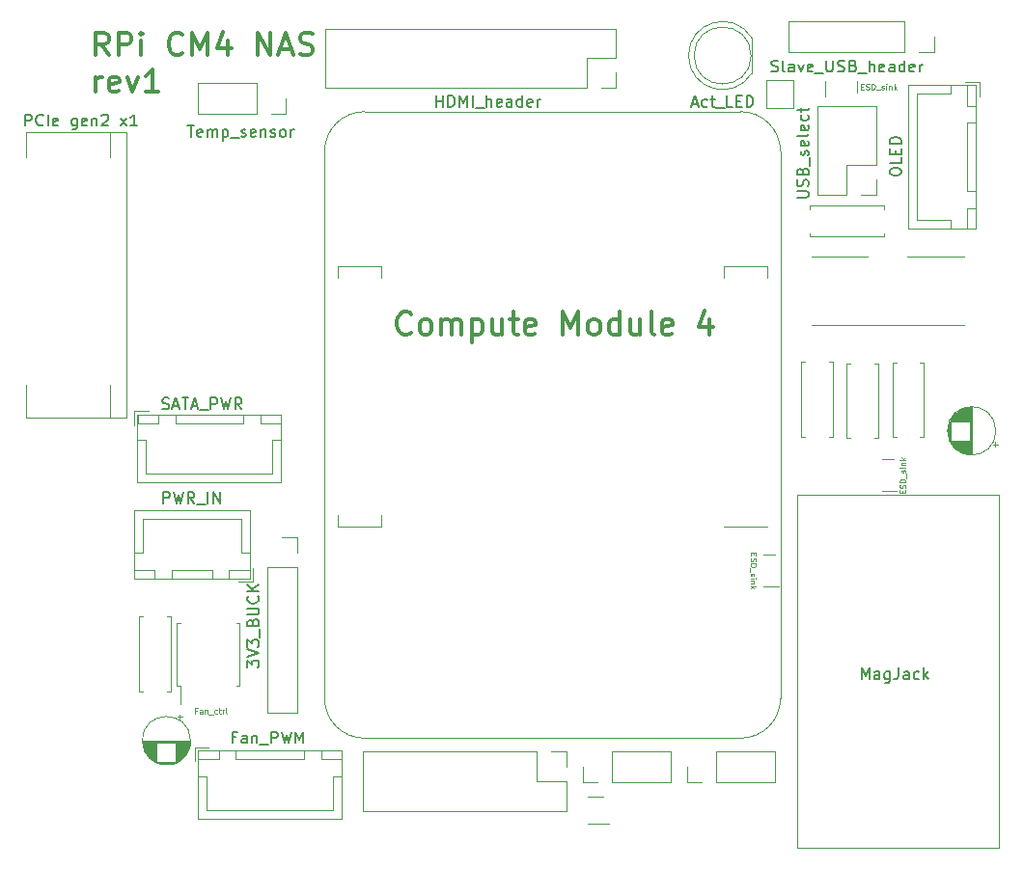
<source format=gbr>
%TF.GenerationSoftware,KiCad,Pcbnew,(5.99.0-6751-g76ac8b5acf)*%
%TF.CreationDate,2020-11-03T00:31:15-05:00*%
%TF.ProjectId,CM4_NAS,434d345f-4e41-4532-9e6b-696361645f70,rev?*%
%TF.SameCoordinates,Original*%
%TF.FileFunction,Legend,Top*%
%TF.FilePolarity,Positive*%
%FSLAX46Y46*%
G04 Gerber Fmt 4.6, Leading zero omitted, Abs format (unit mm)*
G04 Created by KiCad (PCBNEW (5.99.0-6751-g76ac8b5acf)) date 2020-11-03 00:31:15*
%MOMM*%
%LPD*%
G01*
G04 APERTURE LIST*
%ADD10C,0.100000*%
%ADD11C,0.150000*%
%ADD12C,0.300000*%
%ADD13C,0.120000*%
G04 APERTURE END LIST*
D10*
X154875714Y-116874285D02*
X154875714Y-117040952D01*
X154613809Y-117112380D02*
X154613809Y-116874285D01*
X155113809Y-116874285D01*
X155113809Y-117112380D01*
X154637619Y-117302857D02*
X154613809Y-117374285D01*
X154613809Y-117493333D01*
X154637619Y-117540952D01*
X154661428Y-117564761D01*
X154709047Y-117588571D01*
X154756666Y-117588571D01*
X154804285Y-117564761D01*
X154828095Y-117540952D01*
X154851904Y-117493333D01*
X154875714Y-117398095D01*
X154899523Y-117350476D01*
X154923333Y-117326666D01*
X154970952Y-117302857D01*
X155018571Y-117302857D01*
X155066190Y-117326666D01*
X155090000Y-117350476D01*
X155113809Y-117398095D01*
X155113809Y-117517142D01*
X155090000Y-117588571D01*
X154613809Y-117802857D02*
X155113809Y-117802857D01*
X155113809Y-117921904D01*
X155090000Y-117993333D01*
X155042380Y-118040952D01*
X154994761Y-118064761D01*
X154899523Y-118088571D01*
X154828095Y-118088571D01*
X154732857Y-118064761D01*
X154685238Y-118040952D01*
X154637619Y-117993333D01*
X154613809Y-117921904D01*
X154613809Y-117802857D01*
X154566190Y-118183809D02*
X154566190Y-118564761D01*
X154637619Y-118660000D02*
X154613809Y-118707619D01*
X154613809Y-118802857D01*
X154637619Y-118850476D01*
X154685238Y-118874285D01*
X154709047Y-118874285D01*
X154756666Y-118850476D01*
X154780476Y-118802857D01*
X154780476Y-118731428D01*
X154804285Y-118683809D01*
X154851904Y-118660000D01*
X154875714Y-118660000D01*
X154923333Y-118683809D01*
X154947142Y-118731428D01*
X154947142Y-118802857D01*
X154923333Y-118850476D01*
X154613809Y-119088571D02*
X154947142Y-119088571D01*
X155113809Y-119088571D02*
X155090000Y-119064761D01*
X155066190Y-119088571D01*
X155090000Y-119112380D01*
X155113809Y-119088571D01*
X155066190Y-119088571D01*
X154947142Y-119326666D02*
X154613809Y-119326666D01*
X154899523Y-119326666D02*
X154923333Y-119350476D01*
X154947142Y-119398095D01*
X154947142Y-119469523D01*
X154923333Y-119517142D01*
X154875714Y-119540952D01*
X154613809Y-119540952D01*
X154613809Y-119779047D02*
X155113809Y-119779047D01*
X154804285Y-119826666D02*
X154613809Y-119969523D01*
X154947142Y-119969523D02*
X154756666Y-119779047D01*
D11*
X90998095Y-79362380D02*
X90998095Y-78362380D01*
X91379047Y-78362380D01*
X91474285Y-78410000D01*
X91521904Y-78457619D01*
X91569523Y-78552857D01*
X91569523Y-78695714D01*
X91521904Y-78790952D01*
X91474285Y-78838571D01*
X91379047Y-78886190D01*
X90998095Y-78886190D01*
X92569523Y-79267142D02*
X92521904Y-79314761D01*
X92379047Y-79362380D01*
X92283809Y-79362380D01*
X92140952Y-79314761D01*
X92045714Y-79219523D01*
X91998095Y-79124285D01*
X91950476Y-78933809D01*
X91950476Y-78790952D01*
X91998095Y-78600476D01*
X92045714Y-78505238D01*
X92140952Y-78410000D01*
X92283809Y-78362380D01*
X92379047Y-78362380D01*
X92521904Y-78410000D01*
X92569523Y-78457619D01*
X92998095Y-79362380D02*
X92998095Y-78362380D01*
X93855238Y-79314761D02*
X93760000Y-79362380D01*
X93569523Y-79362380D01*
X93474285Y-79314761D01*
X93426666Y-79219523D01*
X93426666Y-78838571D01*
X93474285Y-78743333D01*
X93569523Y-78695714D01*
X93760000Y-78695714D01*
X93855238Y-78743333D01*
X93902857Y-78838571D01*
X93902857Y-78933809D01*
X93426666Y-79029047D01*
X95521904Y-78695714D02*
X95521904Y-79505238D01*
X95474285Y-79600476D01*
X95426666Y-79648095D01*
X95331428Y-79695714D01*
X95188571Y-79695714D01*
X95093333Y-79648095D01*
X95521904Y-79314761D02*
X95426666Y-79362380D01*
X95236190Y-79362380D01*
X95140952Y-79314761D01*
X95093333Y-79267142D01*
X95045714Y-79171904D01*
X95045714Y-78886190D01*
X95093333Y-78790952D01*
X95140952Y-78743333D01*
X95236190Y-78695714D01*
X95426666Y-78695714D01*
X95521904Y-78743333D01*
X96379047Y-79314761D02*
X96283809Y-79362380D01*
X96093333Y-79362380D01*
X95998095Y-79314761D01*
X95950476Y-79219523D01*
X95950476Y-78838571D01*
X95998095Y-78743333D01*
X96093333Y-78695714D01*
X96283809Y-78695714D01*
X96379047Y-78743333D01*
X96426666Y-78838571D01*
X96426666Y-78933809D01*
X95950476Y-79029047D01*
X96855238Y-78695714D02*
X96855238Y-79362380D01*
X96855238Y-78790952D02*
X96902857Y-78743333D01*
X96998095Y-78695714D01*
X97140952Y-78695714D01*
X97236190Y-78743333D01*
X97283809Y-78838571D01*
X97283809Y-79362380D01*
X97712380Y-78457619D02*
X97760000Y-78410000D01*
X97855238Y-78362380D01*
X98093333Y-78362380D01*
X98188571Y-78410000D01*
X98236190Y-78457619D01*
X98283809Y-78552857D01*
X98283809Y-78648095D01*
X98236190Y-78790952D01*
X97664761Y-79362380D01*
X98283809Y-79362380D01*
X99379047Y-79362380D02*
X99902857Y-78695714D01*
X99379047Y-78695714D02*
X99902857Y-79362380D01*
X100807619Y-79362380D02*
X100236190Y-79362380D01*
X100521904Y-79362380D02*
X100521904Y-78362380D01*
X100426666Y-78505238D01*
X100331428Y-78600476D01*
X100236190Y-78648095D01*
X158710380Y-85668952D02*
X159519904Y-85668952D01*
X159615142Y-85621333D01*
X159662761Y-85573714D01*
X159710380Y-85478476D01*
X159710380Y-85288000D01*
X159662761Y-85192761D01*
X159615142Y-85145142D01*
X159519904Y-85097523D01*
X158710380Y-85097523D01*
X159662761Y-84668952D02*
X159710380Y-84526095D01*
X159710380Y-84288000D01*
X159662761Y-84192761D01*
X159615142Y-84145142D01*
X159519904Y-84097523D01*
X159424666Y-84097523D01*
X159329428Y-84145142D01*
X159281809Y-84192761D01*
X159234190Y-84288000D01*
X159186571Y-84478476D01*
X159138952Y-84573714D01*
X159091333Y-84621333D01*
X158996095Y-84668952D01*
X158900857Y-84668952D01*
X158805619Y-84621333D01*
X158758000Y-84573714D01*
X158710380Y-84478476D01*
X158710380Y-84240380D01*
X158758000Y-84097523D01*
X159186571Y-83335619D02*
X159234190Y-83192761D01*
X159281809Y-83145142D01*
X159377047Y-83097523D01*
X159519904Y-83097523D01*
X159615142Y-83145142D01*
X159662761Y-83192761D01*
X159710380Y-83288000D01*
X159710380Y-83668952D01*
X158710380Y-83668952D01*
X158710380Y-83335619D01*
X158758000Y-83240380D01*
X158805619Y-83192761D01*
X158900857Y-83145142D01*
X158996095Y-83145142D01*
X159091333Y-83192761D01*
X159138952Y-83240380D01*
X159186571Y-83335619D01*
X159186571Y-83668952D01*
X159805619Y-82907047D02*
X159805619Y-82145142D01*
X159662761Y-81954666D02*
X159710380Y-81859428D01*
X159710380Y-81668952D01*
X159662761Y-81573714D01*
X159567523Y-81526095D01*
X159519904Y-81526095D01*
X159424666Y-81573714D01*
X159377047Y-81668952D01*
X159377047Y-81811809D01*
X159329428Y-81907047D01*
X159234190Y-81954666D01*
X159186571Y-81954666D01*
X159091333Y-81907047D01*
X159043714Y-81811809D01*
X159043714Y-81668952D01*
X159091333Y-81573714D01*
X159662761Y-80716571D02*
X159710380Y-80811809D01*
X159710380Y-81002285D01*
X159662761Y-81097523D01*
X159567523Y-81145142D01*
X159186571Y-81145142D01*
X159091333Y-81097523D01*
X159043714Y-81002285D01*
X159043714Y-80811809D01*
X159091333Y-80716571D01*
X159186571Y-80668952D01*
X159281809Y-80668952D01*
X159377047Y-81145142D01*
X159710380Y-80097523D02*
X159662761Y-80192761D01*
X159567523Y-80240380D01*
X158710380Y-80240380D01*
X159662761Y-79335619D02*
X159710380Y-79430857D01*
X159710380Y-79621333D01*
X159662761Y-79716571D01*
X159567523Y-79764190D01*
X159186571Y-79764190D01*
X159091333Y-79716571D01*
X159043714Y-79621333D01*
X159043714Y-79430857D01*
X159091333Y-79335619D01*
X159186571Y-79288000D01*
X159281809Y-79288000D01*
X159377047Y-79764190D01*
X159662761Y-78430857D02*
X159710380Y-78526095D01*
X159710380Y-78716571D01*
X159662761Y-78811809D01*
X159615142Y-78859428D01*
X159519904Y-78907047D01*
X159234190Y-78907047D01*
X159138952Y-78859428D01*
X159091333Y-78811809D01*
X159043714Y-78716571D01*
X159043714Y-78526095D01*
X159091333Y-78430857D01*
X159043714Y-78145142D02*
X159043714Y-77764190D01*
X158710380Y-78002285D02*
X159567523Y-78002285D01*
X159662761Y-77954666D01*
X159710380Y-77859428D01*
X159710380Y-77764190D01*
X164364238Y-127944380D02*
X164364238Y-126944380D01*
X164697571Y-127658666D01*
X165030904Y-126944380D01*
X165030904Y-127944380D01*
X165935666Y-127944380D02*
X165935666Y-127420571D01*
X165888047Y-127325333D01*
X165792809Y-127277714D01*
X165602333Y-127277714D01*
X165507095Y-127325333D01*
X165935666Y-127896761D02*
X165840428Y-127944380D01*
X165602333Y-127944380D01*
X165507095Y-127896761D01*
X165459476Y-127801523D01*
X165459476Y-127706285D01*
X165507095Y-127611047D01*
X165602333Y-127563428D01*
X165840428Y-127563428D01*
X165935666Y-127515809D01*
X166840428Y-127277714D02*
X166840428Y-128087238D01*
X166792809Y-128182476D01*
X166745190Y-128230095D01*
X166649952Y-128277714D01*
X166507095Y-128277714D01*
X166411857Y-128230095D01*
X166840428Y-127896761D02*
X166745190Y-127944380D01*
X166554714Y-127944380D01*
X166459476Y-127896761D01*
X166411857Y-127849142D01*
X166364238Y-127753904D01*
X166364238Y-127468190D01*
X166411857Y-127372952D01*
X166459476Y-127325333D01*
X166554714Y-127277714D01*
X166745190Y-127277714D01*
X166840428Y-127325333D01*
X167602333Y-126944380D02*
X167602333Y-127658666D01*
X167554714Y-127801523D01*
X167459476Y-127896761D01*
X167316619Y-127944380D01*
X167221380Y-127944380D01*
X168507095Y-127944380D02*
X168507095Y-127420571D01*
X168459476Y-127325333D01*
X168364238Y-127277714D01*
X168173761Y-127277714D01*
X168078523Y-127325333D01*
X168507095Y-127896761D02*
X168411857Y-127944380D01*
X168173761Y-127944380D01*
X168078523Y-127896761D01*
X168030904Y-127801523D01*
X168030904Y-127706285D01*
X168078523Y-127611047D01*
X168173761Y-127563428D01*
X168411857Y-127563428D01*
X168507095Y-127515809D01*
X169411857Y-127896761D02*
X169316619Y-127944380D01*
X169126142Y-127944380D01*
X169030904Y-127896761D01*
X168983285Y-127849142D01*
X168935666Y-127753904D01*
X168935666Y-127468190D01*
X168983285Y-127372952D01*
X169030904Y-127325333D01*
X169126142Y-127277714D01*
X169316619Y-127277714D01*
X169411857Y-127325333D01*
X169840428Y-127944380D02*
X169840428Y-126944380D01*
X169935666Y-127563428D02*
X170221380Y-127944380D01*
X170221380Y-127277714D02*
X169840428Y-127658666D01*
X103033809Y-104194761D02*
X103176666Y-104242380D01*
X103414761Y-104242380D01*
X103510000Y-104194761D01*
X103557619Y-104147142D01*
X103605238Y-104051904D01*
X103605238Y-103956666D01*
X103557619Y-103861428D01*
X103510000Y-103813809D01*
X103414761Y-103766190D01*
X103224285Y-103718571D01*
X103129047Y-103670952D01*
X103081428Y-103623333D01*
X103033809Y-103528095D01*
X103033809Y-103432857D01*
X103081428Y-103337619D01*
X103129047Y-103290000D01*
X103224285Y-103242380D01*
X103462380Y-103242380D01*
X103605238Y-103290000D01*
X103986190Y-103956666D02*
X104462380Y-103956666D01*
X103890952Y-104242380D02*
X104224285Y-103242380D01*
X104557619Y-104242380D01*
X104748095Y-103242380D02*
X105319523Y-103242380D01*
X105033809Y-104242380D02*
X105033809Y-103242380D01*
X105605238Y-103956666D02*
X106081428Y-103956666D01*
X105510000Y-104242380D02*
X105843333Y-103242380D01*
X106176666Y-104242380D01*
X106271904Y-104337619D02*
X107033809Y-104337619D01*
X107271904Y-104242380D02*
X107271904Y-103242380D01*
X107652857Y-103242380D01*
X107748095Y-103290000D01*
X107795714Y-103337619D01*
X107843333Y-103432857D01*
X107843333Y-103575714D01*
X107795714Y-103670952D01*
X107748095Y-103718571D01*
X107652857Y-103766190D01*
X107271904Y-103766190D01*
X108176666Y-103242380D02*
X108414761Y-104242380D01*
X108605238Y-103528095D01*
X108795714Y-104242380D01*
X109033809Y-103242380D01*
X109986190Y-104242380D02*
X109652857Y-103766190D01*
X109414761Y-104242380D02*
X109414761Y-103242380D01*
X109795714Y-103242380D01*
X109890952Y-103290000D01*
X109938571Y-103337619D01*
X109986190Y-103432857D01*
X109986190Y-103575714D01*
X109938571Y-103670952D01*
X109890952Y-103718571D01*
X109795714Y-103766190D01*
X109414761Y-103766190D01*
X127060000Y-77692380D02*
X127060000Y-76692380D01*
X127060000Y-77168571D02*
X127631428Y-77168571D01*
X127631428Y-77692380D02*
X127631428Y-76692380D01*
X128107619Y-77692380D02*
X128107619Y-76692380D01*
X128345714Y-76692380D01*
X128488571Y-76740000D01*
X128583809Y-76835238D01*
X128631428Y-76930476D01*
X128679047Y-77120952D01*
X128679047Y-77263809D01*
X128631428Y-77454285D01*
X128583809Y-77549523D01*
X128488571Y-77644761D01*
X128345714Y-77692380D01*
X128107619Y-77692380D01*
X129107619Y-77692380D02*
X129107619Y-76692380D01*
X129440952Y-77406666D01*
X129774285Y-76692380D01*
X129774285Y-77692380D01*
X130250476Y-77692380D02*
X130250476Y-76692380D01*
X130488571Y-77787619D02*
X131250476Y-77787619D01*
X131488571Y-77692380D02*
X131488571Y-76692380D01*
X131917142Y-77692380D02*
X131917142Y-77168571D01*
X131869523Y-77073333D01*
X131774285Y-77025714D01*
X131631428Y-77025714D01*
X131536190Y-77073333D01*
X131488571Y-77120952D01*
X132774285Y-77644761D02*
X132679047Y-77692380D01*
X132488571Y-77692380D01*
X132393333Y-77644761D01*
X132345714Y-77549523D01*
X132345714Y-77168571D01*
X132393333Y-77073333D01*
X132488571Y-77025714D01*
X132679047Y-77025714D01*
X132774285Y-77073333D01*
X132821904Y-77168571D01*
X132821904Y-77263809D01*
X132345714Y-77359047D01*
X133679047Y-77692380D02*
X133679047Y-77168571D01*
X133631428Y-77073333D01*
X133536190Y-77025714D01*
X133345714Y-77025714D01*
X133250476Y-77073333D01*
X133679047Y-77644761D02*
X133583809Y-77692380D01*
X133345714Y-77692380D01*
X133250476Y-77644761D01*
X133202857Y-77549523D01*
X133202857Y-77454285D01*
X133250476Y-77359047D01*
X133345714Y-77311428D01*
X133583809Y-77311428D01*
X133679047Y-77263809D01*
X134583809Y-77692380D02*
X134583809Y-76692380D01*
X134583809Y-77644761D02*
X134488571Y-77692380D01*
X134298095Y-77692380D01*
X134202857Y-77644761D01*
X134155238Y-77597142D01*
X134107619Y-77501904D01*
X134107619Y-77216190D01*
X134155238Y-77120952D01*
X134202857Y-77073333D01*
X134298095Y-77025714D01*
X134488571Y-77025714D01*
X134583809Y-77073333D01*
X135440952Y-77644761D02*
X135345714Y-77692380D01*
X135155238Y-77692380D01*
X135060000Y-77644761D01*
X135012380Y-77549523D01*
X135012380Y-77168571D01*
X135060000Y-77073333D01*
X135155238Y-77025714D01*
X135345714Y-77025714D01*
X135440952Y-77073333D01*
X135488571Y-77168571D01*
X135488571Y-77263809D01*
X135012380Y-77359047D01*
X135917142Y-77692380D02*
X135917142Y-77025714D01*
X135917142Y-77216190D02*
X135964761Y-77120952D01*
X136012380Y-77073333D01*
X136107619Y-77025714D01*
X136202857Y-77025714D01*
X109482285Y-133024571D02*
X109148952Y-133024571D01*
X109148952Y-133548380D02*
X109148952Y-132548380D01*
X109625142Y-132548380D01*
X110434666Y-133548380D02*
X110434666Y-133024571D01*
X110387047Y-132929333D01*
X110291809Y-132881714D01*
X110101333Y-132881714D01*
X110006095Y-132929333D01*
X110434666Y-133500761D02*
X110339428Y-133548380D01*
X110101333Y-133548380D01*
X110006095Y-133500761D01*
X109958476Y-133405523D01*
X109958476Y-133310285D01*
X110006095Y-133215047D01*
X110101333Y-133167428D01*
X110339428Y-133167428D01*
X110434666Y-133119809D01*
X110910857Y-132881714D02*
X110910857Y-133548380D01*
X110910857Y-132976952D02*
X110958476Y-132929333D01*
X111053714Y-132881714D01*
X111196571Y-132881714D01*
X111291809Y-132929333D01*
X111339428Y-133024571D01*
X111339428Y-133548380D01*
X111577523Y-133643619D02*
X112339428Y-133643619D01*
X112577523Y-133548380D02*
X112577523Y-132548380D01*
X112958476Y-132548380D01*
X113053714Y-132596000D01*
X113101333Y-132643619D01*
X113148952Y-132738857D01*
X113148952Y-132881714D01*
X113101333Y-132976952D01*
X113053714Y-133024571D01*
X112958476Y-133072190D01*
X112577523Y-133072190D01*
X113482285Y-132548380D02*
X113720380Y-133548380D01*
X113910857Y-132834095D01*
X114101333Y-133548380D01*
X114339428Y-132548380D01*
X114720380Y-133548380D02*
X114720380Y-132548380D01*
X115053714Y-133262666D01*
X115387047Y-132548380D01*
X115387047Y-133548380D01*
D12*
X98324047Y-73184761D02*
X97657380Y-72232380D01*
X97181190Y-73184761D02*
X97181190Y-71184761D01*
X97943095Y-71184761D01*
X98133571Y-71280000D01*
X98228809Y-71375238D01*
X98324047Y-71565714D01*
X98324047Y-71851428D01*
X98228809Y-72041904D01*
X98133571Y-72137142D01*
X97943095Y-72232380D01*
X97181190Y-72232380D01*
X99181190Y-73184761D02*
X99181190Y-71184761D01*
X99943095Y-71184761D01*
X100133571Y-71280000D01*
X100228809Y-71375238D01*
X100324047Y-71565714D01*
X100324047Y-71851428D01*
X100228809Y-72041904D01*
X100133571Y-72137142D01*
X99943095Y-72232380D01*
X99181190Y-72232380D01*
X101181190Y-73184761D02*
X101181190Y-71851428D01*
X101181190Y-71184761D02*
X101085952Y-71280000D01*
X101181190Y-71375238D01*
X101276428Y-71280000D01*
X101181190Y-71184761D01*
X101181190Y-71375238D01*
X104800238Y-72994285D02*
X104705000Y-73089523D01*
X104419285Y-73184761D01*
X104228809Y-73184761D01*
X103943095Y-73089523D01*
X103752619Y-72899047D01*
X103657380Y-72708571D01*
X103562142Y-72327619D01*
X103562142Y-72041904D01*
X103657380Y-71660952D01*
X103752619Y-71470476D01*
X103943095Y-71280000D01*
X104228809Y-71184761D01*
X104419285Y-71184761D01*
X104705000Y-71280000D01*
X104800238Y-71375238D01*
X105657380Y-73184761D02*
X105657380Y-71184761D01*
X106324047Y-72613333D01*
X106990714Y-71184761D01*
X106990714Y-73184761D01*
X108800238Y-71851428D02*
X108800238Y-73184761D01*
X108324047Y-71089523D02*
X107847857Y-72518095D01*
X109085952Y-72518095D01*
X111371666Y-73184761D02*
X111371666Y-71184761D01*
X112514523Y-73184761D01*
X112514523Y-71184761D01*
X113371666Y-72613333D02*
X114324047Y-72613333D01*
X113181190Y-73184761D02*
X113847857Y-71184761D01*
X114514523Y-73184761D01*
X115085952Y-73089523D02*
X115371666Y-73184761D01*
X115847857Y-73184761D01*
X116038333Y-73089523D01*
X116133571Y-72994285D01*
X116228809Y-72803809D01*
X116228809Y-72613333D01*
X116133571Y-72422857D01*
X116038333Y-72327619D01*
X115847857Y-72232380D01*
X115466904Y-72137142D01*
X115276428Y-72041904D01*
X115181190Y-71946666D01*
X115085952Y-71756190D01*
X115085952Y-71565714D01*
X115181190Y-71375238D01*
X115276428Y-71280000D01*
X115466904Y-71184761D01*
X115943095Y-71184761D01*
X116228809Y-71280000D01*
X97181190Y-76404761D02*
X97181190Y-75071428D01*
X97181190Y-75452380D02*
X97276428Y-75261904D01*
X97371666Y-75166666D01*
X97562142Y-75071428D01*
X97752619Y-75071428D01*
X99181190Y-76309523D02*
X98990714Y-76404761D01*
X98609761Y-76404761D01*
X98419285Y-76309523D01*
X98324047Y-76119047D01*
X98324047Y-75357142D01*
X98419285Y-75166666D01*
X98609761Y-75071428D01*
X98990714Y-75071428D01*
X99181190Y-75166666D01*
X99276428Y-75357142D01*
X99276428Y-75547619D01*
X98324047Y-75738095D01*
X99943095Y-75071428D02*
X100419285Y-76404761D01*
X100895476Y-75071428D01*
X102705000Y-76404761D02*
X101562142Y-76404761D01*
X102133571Y-76404761D02*
X102133571Y-74404761D01*
X101943095Y-74690476D01*
X101752619Y-74880952D01*
X101562142Y-74976190D01*
D11*
X110482380Y-126902857D02*
X110482380Y-126283809D01*
X110863333Y-126617142D01*
X110863333Y-126474285D01*
X110910952Y-126379047D01*
X110958571Y-126331428D01*
X111053809Y-126283809D01*
X111291904Y-126283809D01*
X111387142Y-126331428D01*
X111434761Y-126379047D01*
X111482380Y-126474285D01*
X111482380Y-126760000D01*
X111434761Y-126855238D01*
X111387142Y-126902857D01*
X110482380Y-125998095D02*
X111482380Y-125664761D01*
X110482380Y-125331428D01*
X110482380Y-125093333D02*
X110482380Y-124474285D01*
X110863333Y-124807619D01*
X110863333Y-124664761D01*
X110910952Y-124569523D01*
X110958571Y-124521904D01*
X111053809Y-124474285D01*
X111291904Y-124474285D01*
X111387142Y-124521904D01*
X111434761Y-124569523D01*
X111482380Y-124664761D01*
X111482380Y-124950476D01*
X111434761Y-125045714D01*
X111387142Y-125093333D01*
X111577619Y-124283809D02*
X111577619Y-123521904D01*
X110958571Y-122950476D02*
X111006190Y-122807619D01*
X111053809Y-122760000D01*
X111149047Y-122712380D01*
X111291904Y-122712380D01*
X111387142Y-122760000D01*
X111434761Y-122807619D01*
X111482380Y-122902857D01*
X111482380Y-123283809D01*
X110482380Y-123283809D01*
X110482380Y-122950476D01*
X110530000Y-122855238D01*
X110577619Y-122807619D01*
X110672857Y-122760000D01*
X110768095Y-122760000D01*
X110863333Y-122807619D01*
X110910952Y-122855238D01*
X110958571Y-122950476D01*
X110958571Y-123283809D01*
X110482380Y-122283809D02*
X111291904Y-122283809D01*
X111387142Y-122236190D01*
X111434761Y-122188571D01*
X111482380Y-122093333D01*
X111482380Y-121902857D01*
X111434761Y-121807619D01*
X111387142Y-121760000D01*
X111291904Y-121712380D01*
X110482380Y-121712380D01*
X111387142Y-120664761D02*
X111434761Y-120712380D01*
X111482380Y-120855238D01*
X111482380Y-120950476D01*
X111434761Y-121093333D01*
X111339523Y-121188571D01*
X111244285Y-121236190D01*
X111053809Y-121283809D01*
X110910952Y-121283809D01*
X110720476Y-121236190D01*
X110625238Y-121188571D01*
X110530000Y-121093333D01*
X110482380Y-120950476D01*
X110482380Y-120855238D01*
X110530000Y-120712380D01*
X110577619Y-120664761D01*
X111482380Y-120236190D02*
X110482380Y-120236190D01*
X111482380Y-119664761D02*
X110910952Y-120093333D01*
X110482380Y-119664761D02*
X111053809Y-120236190D01*
X105233333Y-79332380D02*
X105804761Y-79332380D01*
X105519047Y-80332380D02*
X105519047Y-79332380D01*
X106519047Y-80284761D02*
X106423809Y-80332380D01*
X106233333Y-80332380D01*
X106138095Y-80284761D01*
X106090476Y-80189523D01*
X106090476Y-79808571D01*
X106138095Y-79713333D01*
X106233333Y-79665714D01*
X106423809Y-79665714D01*
X106519047Y-79713333D01*
X106566666Y-79808571D01*
X106566666Y-79903809D01*
X106090476Y-79999047D01*
X106995238Y-80332380D02*
X106995238Y-79665714D01*
X106995238Y-79760952D02*
X107042857Y-79713333D01*
X107138095Y-79665714D01*
X107280952Y-79665714D01*
X107376190Y-79713333D01*
X107423809Y-79808571D01*
X107423809Y-80332380D01*
X107423809Y-79808571D02*
X107471428Y-79713333D01*
X107566666Y-79665714D01*
X107709523Y-79665714D01*
X107804761Y-79713333D01*
X107852380Y-79808571D01*
X107852380Y-80332380D01*
X108328571Y-79665714D02*
X108328571Y-80665714D01*
X108328571Y-79713333D02*
X108423809Y-79665714D01*
X108614285Y-79665714D01*
X108709523Y-79713333D01*
X108757142Y-79760952D01*
X108804761Y-79856190D01*
X108804761Y-80141904D01*
X108757142Y-80237142D01*
X108709523Y-80284761D01*
X108614285Y-80332380D01*
X108423809Y-80332380D01*
X108328571Y-80284761D01*
X108995238Y-80427619D02*
X109757142Y-80427619D01*
X109947619Y-80284761D02*
X110042857Y-80332380D01*
X110233333Y-80332380D01*
X110328571Y-80284761D01*
X110376190Y-80189523D01*
X110376190Y-80141904D01*
X110328571Y-80046666D01*
X110233333Y-79999047D01*
X110090476Y-79999047D01*
X109995238Y-79951428D01*
X109947619Y-79856190D01*
X109947619Y-79808571D01*
X109995238Y-79713333D01*
X110090476Y-79665714D01*
X110233333Y-79665714D01*
X110328571Y-79713333D01*
X111185714Y-80284761D02*
X111090476Y-80332380D01*
X110900000Y-80332380D01*
X110804761Y-80284761D01*
X110757142Y-80189523D01*
X110757142Y-79808571D01*
X110804761Y-79713333D01*
X110900000Y-79665714D01*
X111090476Y-79665714D01*
X111185714Y-79713333D01*
X111233333Y-79808571D01*
X111233333Y-79903809D01*
X110757142Y-79999047D01*
X111661904Y-79665714D02*
X111661904Y-80332380D01*
X111661904Y-79760952D02*
X111709523Y-79713333D01*
X111804761Y-79665714D01*
X111947619Y-79665714D01*
X112042857Y-79713333D01*
X112090476Y-79808571D01*
X112090476Y-80332380D01*
X112519047Y-80284761D02*
X112614285Y-80332380D01*
X112804761Y-80332380D01*
X112900000Y-80284761D01*
X112947619Y-80189523D01*
X112947619Y-80141904D01*
X112900000Y-80046666D01*
X112804761Y-79999047D01*
X112661904Y-79999047D01*
X112566666Y-79951428D01*
X112519047Y-79856190D01*
X112519047Y-79808571D01*
X112566666Y-79713333D01*
X112661904Y-79665714D01*
X112804761Y-79665714D01*
X112900000Y-79713333D01*
X113519047Y-80332380D02*
X113423809Y-80284761D01*
X113376190Y-80237142D01*
X113328571Y-80141904D01*
X113328571Y-79856190D01*
X113376190Y-79760952D01*
X113423809Y-79713333D01*
X113519047Y-79665714D01*
X113661904Y-79665714D01*
X113757142Y-79713333D01*
X113804761Y-79760952D01*
X113852380Y-79856190D01*
X113852380Y-80141904D01*
X113804761Y-80237142D01*
X113757142Y-80284761D01*
X113661904Y-80332380D01*
X113519047Y-80332380D01*
X114280952Y-80332380D02*
X114280952Y-79665714D01*
X114280952Y-79856190D02*
X114328571Y-79760952D01*
X114376190Y-79713333D01*
X114471428Y-79665714D01*
X114566666Y-79665714D01*
D12*
X124848571Y-97504285D02*
X124753333Y-97599523D01*
X124467619Y-97694761D01*
X124277142Y-97694761D01*
X123991428Y-97599523D01*
X123800952Y-97409047D01*
X123705714Y-97218571D01*
X123610476Y-96837619D01*
X123610476Y-96551904D01*
X123705714Y-96170952D01*
X123800952Y-95980476D01*
X123991428Y-95790000D01*
X124277142Y-95694761D01*
X124467619Y-95694761D01*
X124753333Y-95790000D01*
X124848571Y-95885238D01*
X125991428Y-97694761D02*
X125800952Y-97599523D01*
X125705714Y-97504285D01*
X125610476Y-97313809D01*
X125610476Y-96742380D01*
X125705714Y-96551904D01*
X125800952Y-96456666D01*
X125991428Y-96361428D01*
X126277142Y-96361428D01*
X126467619Y-96456666D01*
X126562857Y-96551904D01*
X126658095Y-96742380D01*
X126658095Y-97313809D01*
X126562857Y-97504285D01*
X126467619Y-97599523D01*
X126277142Y-97694761D01*
X125991428Y-97694761D01*
X127515238Y-97694761D02*
X127515238Y-96361428D01*
X127515238Y-96551904D02*
X127610476Y-96456666D01*
X127800952Y-96361428D01*
X128086666Y-96361428D01*
X128277142Y-96456666D01*
X128372380Y-96647142D01*
X128372380Y-97694761D01*
X128372380Y-96647142D02*
X128467619Y-96456666D01*
X128658095Y-96361428D01*
X128943809Y-96361428D01*
X129134285Y-96456666D01*
X129229523Y-96647142D01*
X129229523Y-97694761D01*
X130181904Y-96361428D02*
X130181904Y-98361428D01*
X130181904Y-96456666D02*
X130372380Y-96361428D01*
X130753333Y-96361428D01*
X130943809Y-96456666D01*
X131039047Y-96551904D01*
X131134285Y-96742380D01*
X131134285Y-97313809D01*
X131039047Y-97504285D01*
X130943809Y-97599523D01*
X130753333Y-97694761D01*
X130372380Y-97694761D01*
X130181904Y-97599523D01*
X132848571Y-96361428D02*
X132848571Y-97694761D01*
X131991428Y-96361428D02*
X131991428Y-97409047D01*
X132086666Y-97599523D01*
X132277142Y-97694761D01*
X132562857Y-97694761D01*
X132753333Y-97599523D01*
X132848571Y-97504285D01*
X133515238Y-96361428D02*
X134277142Y-96361428D01*
X133800952Y-95694761D02*
X133800952Y-97409047D01*
X133896190Y-97599523D01*
X134086666Y-97694761D01*
X134277142Y-97694761D01*
X135705714Y-97599523D02*
X135515238Y-97694761D01*
X135134285Y-97694761D01*
X134943809Y-97599523D01*
X134848571Y-97409047D01*
X134848571Y-96647142D01*
X134943809Y-96456666D01*
X135134285Y-96361428D01*
X135515238Y-96361428D01*
X135705714Y-96456666D01*
X135800952Y-96647142D01*
X135800952Y-96837619D01*
X134848571Y-97028095D01*
X138181904Y-97694761D02*
X138181904Y-95694761D01*
X138848571Y-97123333D01*
X139515238Y-95694761D01*
X139515238Y-97694761D01*
X140753333Y-97694761D02*
X140562857Y-97599523D01*
X140467619Y-97504285D01*
X140372380Y-97313809D01*
X140372380Y-96742380D01*
X140467619Y-96551904D01*
X140562857Y-96456666D01*
X140753333Y-96361428D01*
X141039047Y-96361428D01*
X141229523Y-96456666D01*
X141324761Y-96551904D01*
X141420000Y-96742380D01*
X141420000Y-97313809D01*
X141324761Y-97504285D01*
X141229523Y-97599523D01*
X141039047Y-97694761D01*
X140753333Y-97694761D01*
X143134285Y-97694761D02*
X143134285Y-95694761D01*
X143134285Y-97599523D02*
X142943809Y-97694761D01*
X142562857Y-97694761D01*
X142372380Y-97599523D01*
X142277142Y-97504285D01*
X142181904Y-97313809D01*
X142181904Y-96742380D01*
X142277142Y-96551904D01*
X142372380Y-96456666D01*
X142562857Y-96361428D01*
X142943809Y-96361428D01*
X143134285Y-96456666D01*
X144943809Y-96361428D02*
X144943809Y-97694761D01*
X144086666Y-96361428D02*
X144086666Y-97409047D01*
X144181904Y-97599523D01*
X144372380Y-97694761D01*
X144658095Y-97694761D01*
X144848571Y-97599523D01*
X144943809Y-97504285D01*
X146181904Y-97694761D02*
X145991428Y-97599523D01*
X145896190Y-97409047D01*
X145896190Y-95694761D01*
X147705714Y-97599523D02*
X147515238Y-97694761D01*
X147134285Y-97694761D01*
X146943809Y-97599523D01*
X146848571Y-97409047D01*
X146848571Y-96647142D01*
X146943809Y-96456666D01*
X147134285Y-96361428D01*
X147515238Y-96361428D01*
X147705714Y-96456666D01*
X147800952Y-96647142D01*
X147800952Y-96837619D01*
X146848571Y-97028095D01*
X151039047Y-96361428D02*
X151039047Y-97694761D01*
X150562857Y-95599523D02*
X150086666Y-97028095D01*
X151324761Y-97028095D01*
D11*
X149479523Y-77426666D02*
X149955714Y-77426666D01*
X149384285Y-77712380D02*
X149717619Y-76712380D01*
X150050952Y-77712380D01*
X150812857Y-77664761D02*
X150717619Y-77712380D01*
X150527142Y-77712380D01*
X150431904Y-77664761D01*
X150384285Y-77617142D01*
X150336666Y-77521904D01*
X150336666Y-77236190D01*
X150384285Y-77140952D01*
X150431904Y-77093333D01*
X150527142Y-77045714D01*
X150717619Y-77045714D01*
X150812857Y-77093333D01*
X151098571Y-77045714D02*
X151479523Y-77045714D01*
X151241428Y-76712380D02*
X151241428Y-77569523D01*
X151289047Y-77664761D01*
X151384285Y-77712380D01*
X151479523Y-77712380D01*
X151574761Y-77807619D02*
X152336666Y-77807619D01*
X153050952Y-77712380D02*
X152574761Y-77712380D01*
X152574761Y-76712380D01*
X153384285Y-77188571D02*
X153717619Y-77188571D01*
X153860476Y-77712380D02*
X153384285Y-77712380D01*
X153384285Y-76712380D01*
X153860476Y-76712380D01*
X154289047Y-77712380D02*
X154289047Y-76712380D01*
X154527142Y-76712380D01*
X154670000Y-76760000D01*
X154765238Y-76855238D01*
X154812857Y-76950476D01*
X154860476Y-77140952D01*
X154860476Y-77283809D01*
X154812857Y-77474285D01*
X154765238Y-77569523D01*
X154670000Y-77664761D01*
X154527142Y-77712380D01*
X154289047Y-77712380D01*
X156472761Y-74572761D02*
X156615619Y-74620380D01*
X156853714Y-74620380D01*
X156948952Y-74572761D01*
X156996571Y-74525142D01*
X157044190Y-74429904D01*
X157044190Y-74334666D01*
X156996571Y-74239428D01*
X156948952Y-74191809D01*
X156853714Y-74144190D01*
X156663238Y-74096571D01*
X156568000Y-74048952D01*
X156520380Y-74001333D01*
X156472761Y-73906095D01*
X156472761Y-73810857D01*
X156520380Y-73715619D01*
X156568000Y-73668000D01*
X156663238Y-73620380D01*
X156901333Y-73620380D01*
X157044190Y-73668000D01*
X157615619Y-74620380D02*
X157520380Y-74572761D01*
X157472761Y-74477523D01*
X157472761Y-73620380D01*
X158425142Y-74620380D02*
X158425142Y-74096571D01*
X158377523Y-74001333D01*
X158282285Y-73953714D01*
X158091809Y-73953714D01*
X157996571Y-74001333D01*
X158425142Y-74572761D02*
X158329904Y-74620380D01*
X158091809Y-74620380D01*
X157996571Y-74572761D01*
X157948952Y-74477523D01*
X157948952Y-74382285D01*
X157996571Y-74287047D01*
X158091809Y-74239428D01*
X158329904Y-74239428D01*
X158425142Y-74191809D01*
X158806095Y-73953714D02*
X159044190Y-74620380D01*
X159282285Y-73953714D01*
X160044190Y-74572761D02*
X159948952Y-74620380D01*
X159758476Y-74620380D01*
X159663238Y-74572761D01*
X159615619Y-74477523D01*
X159615619Y-74096571D01*
X159663238Y-74001333D01*
X159758476Y-73953714D01*
X159948952Y-73953714D01*
X160044190Y-74001333D01*
X160091809Y-74096571D01*
X160091809Y-74191809D01*
X159615619Y-74287047D01*
X160282285Y-74715619D02*
X161044190Y-74715619D01*
X161282285Y-73620380D02*
X161282285Y-74429904D01*
X161329904Y-74525142D01*
X161377523Y-74572761D01*
X161472761Y-74620380D01*
X161663238Y-74620380D01*
X161758476Y-74572761D01*
X161806095Y-74525142D01*
X161853714Y-74429904D01*
X161853714Y-73620380D01*
X162282285Y-74572761D02*
X162425142Y-74620380D01*
X162663238Y-74620380D01*
X162758476Y-74572761D01*
X162806095Y-74525142D01*
X162853714Y-74429904D01*
X162853714Y-74334666D01*
X162806095Y-74239428D01*
X162758476Y-74191809D01*
X162663238Y-74144190D01*
X162472761Y-74096571D01*
X162377523Y-74048952D01*
X162329904Y-74001333D01*
X162282285Y-73906095D01*
X162282285Y-73810857D01*
X162329904Y-73715619D01*
X162377523Y-73668000D01*
X162472761Y-73620380D01*
X162710857Y-73620380D01*
X162853714Y-73668000D01*
X163615619Y-74096571D02*
X163758476Y-74144190D01*
X163806095Y-74191809D01*
X163853714Y-74287047D01*
X163853714Y-74429904D01*
X163806095Y-74525142D01*
X163758476Y-74572761D01*
X163663238Y-74620380D01*
X163282285Y-74620380D01*
X163282285Y-73620380D01*
X163615619Y-73620380D01*
X163710857Y-73668000D01*
X163758476Y-73715619D01*
X163806095Y-73810857D01*
X163806095Y-73906095D01*
X163758476Y-74001333D01*
X163710857Y-74048952D01*
X163615619Y-74096571D01*
X163282285Y-74096571D01*
X164044190Y-74715619D02*
X164806095Y-74715619D01*
X165044190Y-74620380D02*
X165044190Y-73620380D01*
X165472761Y-74620380D02*
X165472761Y-74096571D01*
X165425142Y-74001333D01*
X165329904Y-73953714D01*
X165187047Y-73953714D01*
X165091809Y-74001333D01*
X165044190Y-74048952D01*
X166329904Y-74572761D02*
X166234666Y-74620380D01*
X166044190Y-74620380D01*
X165948952Y-74572761D01*
X165901333Y-74477523D01*
X165901333Y-74096571D01*
X165948952Y-74001333D01*
X166044190Y-73953714D01*
X166234666Y-73953714D01*
X166329904Y-74001333D01*
X166377523Y-74096571D01*
X166377523Y-74191809D01*
X165901333Y-74287047D01*
X167234666Y-74620380D02*
X167234666Y-74096571D01*
X167187047Y-74001333D01*
X167091809Y-73953714D01*
X166901333Y-73953714D01*
X166806095Y-74001333D01*
X167234666Y-74572761D02*
X167139428Y-74620380D01*
X166901333Y-74620380D01*
X166806095Y-74572761D01*
X166758476Y-74477523D01*
X166758476Y-74382285D01*
X166806095Y-74287047D01*
X166901333Y-74239428D01*
X167139428Y-74239428D01*
X167234666Y-74191809D01*
X168139428Y-74620380D02*
X168139428Y-73620380D01*
X168139428Y-74572761D02*
X168044190Y-74620380D01*
X167853714Y-74620380D01*
X167758476Y-74572761D01*
X167710857Y-74525142D01*
X167663238Y-74429904D01*
X167663238Y-74144190D01*
X167710857Y-74048952D01*
X167758476Y-74001333D01*
X167853714Y-73953714D01*
X168044190Y-73953714D01*
X168139428Y-74001333D01*
X168996571Y-74572761D02*
X168901333Y-74620380D01*
X168710857Y-74620380D01*
X168615619Y-74572761D01*
X168568000Y-74477523D01*
X168568000Y-74096571D01*
X168615619Y-74001333D01*
X168710857Y-73953714D01*
X168901333Y-73953714D01*
X168996571Y-74001333D01*
X169044190Y-74096571D01*
X169044190Y-74191809D01*
X168568000Y-74287047D01*
X169472761Y-74620380D02*
X169472761Y-73953714D01*
X169472761Y-74144190D02*
X169520380Y-74048952D01*
X169568000Y-74001333D01*
X169663238Y-73953714D01*
X169758476Y-73953714D01*
D10*
X164326285Y-75910285D02*
X164492952Y-75910285D01*
X164564380Y-76172190D02*
X164326285Y-76172190D01*
X164326285Y-75672190D01*
X164564380Y-75672190D01*
X164754857Y-76148380D02*
X164826285Y-76172190D01*
X164945333Y-76172190D01*
X164992952Y-76148380D01*
X165016761Y-76124571D01*
X165040571Y-76076952D01*
X165040571Y-76029333D01*
X165016761Y-75981714D01*
X164992952Y-75957904D01*
X164945333Y-75934095D01*
X164850095Y-75910285D01*
X164802476Y-75886476D01*
X164778666Y-75862666D01*
X164754857Y-75815047D01*
X164754857Y-75767428D01*
X164778666Y-75719809D01*
X164802476Y-75696000D01*
X164850095Y-75672190D01*
X164969142Y-75672190D01*
X165040571Y-75696000D01*
X165254857Y-76172190D02*
X165254857Y-75672190D01*
X165373904Y-75672190D01*
X165445333Y-75696000D01*
X165492952Y-75743619D01*
X165516761Y-75791238D01*
X165540571Y-75886476D01*
X165540571Y-75957904D01*
X165516761Y-76053142D01*
X165492952Y-76100761D01*
X165445333Y-76148380D01*
X165373904Y-76172190D01*
X165254857Y-76172190D01*
X165635809Y-76219809D02*
X166016761Y-76219809D01*
X166112000Y-76148380D02*
X166159619Y-76172190D01*
X166254857Y-76172190D01*
X166302476Y-76148380D01*
X166326285Y-76100761D01*
X166326285Y-76076952D01*
X166302476Y-76029333D01*
X166254857Y-76005523D01*
X166183428Y-76005523D01*
X166135809Y-75981714D01*
X166112000Y-75934095D01*
X166112000Y-75910285D01*
X166135809Y-75862666D01*
X166183428Y-75838857D01*
X166254857Y-75838857D01*
X166302476Y-75862666D01*
X166540571Y-76172190D02*
X166540571Y-75838857D01*
X166540571Y-75672190D02*
X166516761Y-75696000D01*
X166540571Y-75719809D01*
X166564380Y-75696000D01*
X166540571Y-75672190D01*
X166540571Y-75719809D01*
X166778666Y-75838857D02*
X166778666Y-76172190D01*
X166778666Y-75886476D02*
X166802476Y-75862666D01*
X166850095Y-75838857D01*
X166921523Y-75838857D01*
X166969142Y-75862666D01*
X166992952Y-75910285D01*
X166992952Y-76172190D01*
X167231047Y-76172190D02*
X167231047Y-75672190D01*
X167278666Y-75981714D02*
X167421523Y-76172190D01*
X167421523Y-75838857D02*
X167231047Y-76029333D01*
X106055714Y-130714285D02*
X105889047Y-130714285D01*
X105889047Y-130976190D02*
X105889047Y-130476190D01*
X106127142Y-130476190D01*
X106531904Y-130976190D02*
X106531904Y-130714285D01*
X106508095Y-130666666D01*
X106460476Y-130642857D01*
X106365238Y-130642857D01*
X106317619Y-130666666D01*
X106531904Y-130952380D02*
X106484285Y-130976190D01*
X106365238Y-130976190D01*
X106317619Y-130952380D01*
X106293809Y-130904761D01*
X106293809Y-130857142D01*
X106317619Y-130809523D01*
X106365238Y-130785714D01*
X106484285Y-130785714D01*
X106531904Y-130761904D01*
X106770000Y-130642857D02*
X106770000Y-130976190D01*
X106770000Y-130690476D02*
X106793809Y-130666666D01*
X106841428Y-130642857D01*
X106912857Y-130642857D01*
X106960476Y-130666666D01*
X106984285Y-130714285D01*
X106984285Y-130976190D01*
X107103333Y-131023809D02*
X107484285Y-131023809D01*
X107817619Y-130952380D02*
X107770000Y-130976190D01*
X107674761Y-130976190D01*
X107627142Y-130952380D01*
X107603333Y-130928571D01*
X107579523Y-130880952D01*
X107579523Y-130738095D01*
X107603333Y-130690476D01*
X107627142Y-130666666D01*
X107674761Y-130642857D01*
X107770000Y-130642857D01*
X107817619Y-130666666D01*
X107960476Y-130642857D02*
X108150952Y-130642857D01*
X108031904Y-130476190D02*
X108031904Y-130904761D01*
X108055714Y-130952380D01*
X108103333Y-130976190D01*
X108150952Y-130976190D01*
X108317619Y-130976190D02*
X108317619Y-130642857D01*
X108317619Y-130738095D02*
X108341428Y-130690476D01*
X108365238Y-130666666D01*
X108412857Y-130642857D01*
X108460476Y-130642857D01*
X108698571Y-130976190D02*
X108650952Y-130952380D01*
X108627142Y-130904761D01*
X108627142Y-130476190D01*
D11*
X166838380Y-83494380D02*
X166838380Y-83303904D01*
X166886000Y-83208666D01*
X166981238Y-83113428D01*
X167171714Y-83065809D01*
X167505047Y-83065809D01*
X167695523Y-83113428D01*
X167790761Y-83208666D01*
X167838380Y-83303904D01*
X167838380Y-83494380D01*
X167790761Y-83589619D01*
X167695523Y-83684857D01*
X167505047Y-83732476D01*
X167171714Y-83732476D01*
X166981238Y-83684857D01*
X166886000Y-83589619D01*
X166838380Y-83494380D01*
X167838380Y-82161047D02*
X167838380Y-82637238D01*
X166838380Y-82637238D01*
X167314571Y-81827714D02*
X167314571Y-81494380D01*
X167838380Y-81351523D02*
X167838380Y-81827714D01*
X166838380Y-81827714D01*
X166838380Y-81351523D01*
X167838380Y-80922952D02*
X166838380Y-80922952D01*
X166838380Y-80684857D01*
X166886000Y-80542000D01*
X166981238Y-80446761D01*
X167076476Y-80399142D01*
X167266952Y-80351523D01*
X167409809Y-80351523D01*
X167600285Y-80399142D01*
X167695523Y-80446761D01*
X167790761Y-80542000D01*
X167838380Y-80684857D01*
X167838380Y-80922952D01*
X103113809Y-112502380D02*
X103113809Y-111502380D01*
X103494761Y-111502380D01*
X103590000Y-111550000D01*
X103637619Y-111597619D01*
X103685238Y-111692857D01*
X103685238Y-111835714D01*
X103637619Y-111930952D01*
X103590000Y-111978571D01*
X103494761Y-112026190D01*
X103113809Y-112026190D01*
X104018571Y-111502380D02*
X104256666Y-112502380D01*
X104447142Y-111788095D01*
X104637619Y-112502380D01*
X104875714Y-111502380D01*
X105828095Y-112502380D02*
X105494761Y-112026190D01*
X105256666Y-112502380D02*
X105256666Y-111502380D01*
X105637619Y-111502380D01*
X105732857Y-111550000D01*
X105780476Y-111597619D01*
X105828095Y-111692857D01*
X105828095Y-111835714D01*
X105780476Y-111930952D01*
X105732857Y-111978571D01*
X105637619Y-112026190D01*
X105256666Y-112026190D01*
X106018571Y-112597619D02*
X106780476Y-112597619D01*
X107018571Y-112502380D02*
X107018571Y-111502380D01*
X107494761Y-112502380D02*
X107494761Y-111502380D01*
X108066190Y-112502380D01*
X108066190Y-111502380D01*
D10*
X167954285Y-111585714D02*
X167954285Y-111419047D01*
X168216190Y-111347619D02*
X168216190Y-111585714D01*
X167716190Y-111585714D01*
X167716190Y-111347619D01*
X168192380Y-111157142D02*
X168216190Y-111085714D01*
X168216190Y-110966666D01*
X168192380Y-110919047D01*
X168168571Y-110895238D01*
X168120952Y-110871428D01*
X168073333Y-110871428D01*
X168025714Y-110895238D01*
X168001904Y-110919047D01*
X167978095Y-110966666D01*
X167954285Y-111061904D01*
X167930476Y-111109523D01*
X167906666Y-111133333D01*
X167859047Y-111157142D01*
X167811428Y-111157142D01*
X167763809Y-111133333D01*
X167740000Y-111109523D01*
X167716190Y-111061904D01*
X167716190Y-110942857D01*
X167740000Y-110871428D01*
X168216190Y-110657142D02*
X167716190Y-110657142D01*
X167716190Y-110538095D01*
X167740000Y-110466666D01*
X167787619Y-110419047D01*
X167835238Y-110395238D01*
X167930476Y-110371428D01*
X168001904Y-110371428D01*
X168097142Y-110395238D01*
X168144761Y-110419047D01*
X168192380Y-110466666D01*
X168216190Y-110538095D01*
X168216190Y-110657142D01*
X168263809Y-110276190D02*
X168263809Y-109895238D01*
X168192380Y-109800000D02*
X168216190Y-109752380D01*
X168216190Y-109657142D01*
X168192380Y-109609523D01*
X168144761Y-109585714D01*
X168120952Y-109585714D01*
X168073333Y-109609523D01*
X168049523Y-109657142D01*
X168049523Y-109728571D01*
X168025714Y-109776190D01*
X167978095Y-109800000D01*
X167954285Y-109800000D01*
X167906666Y-109776190D01*
X167882857Y-109728571D01*
X167882857Y-109657142D01*
X167906666Y-109609523D01*
X168216190Y-109371428D02*
X167882857Y-109371428D01*
X167716190Y-109371428D02*
X167740000Y-109395238D01*
X167763809Y-109371428D01*
X167740000Y-109347619D01*
X167716190Y-109371428D01*
X167763809Y-109371428D01*
X167882857Y-109133333D02*
X168216190Y-109133333D01*
X167930476Y-109133333D02*
X167906666Y-109109523D01*
X167882857Y-109061904D01*
X167882857Y-108990476D01*
X167906666Y-108942857D01*
X167954285Y-108919047D01*
X168216190Y-108919047D01*
X168216190Y-108680952D02*
X167716190Y-108680952D01*
X168025714Y-108633333D02*
X168216190Y-108490476D01*
X167882857Y-108490476D02*
X168073333Y-108680952D01*
D13*
%TO.C,U6*%
X109808500Y-125730000D02*
X109808500Y-122982500D01*
X109808500Y-122982500D02*
X109526000Y-122982500D01*
X109808500Y-125730000D02*
X109808500Y-128477500D01*
X109808500Y-128477500D02*
X109526000Y-128477500D01*
X104313500Y-125730000D02*
X104313500Y-122982500D01*
X104313500Y-122982500D02*
X104596000Y-122982500D01*
X104313500Y-125730000D02*
X104313500Y-128477500D01*
X104313500Y-128477500D02*
X104596000Y-128477500D01*
X104596000Y-128477500D02*
X104596000Y-130130000D01*
%TO.C,U2*%
X166175000Y-111380000D02*
X167475000Y-111380000D01*
X166175000Y-108580000D02*
X167175000Y-108580000D01*
%TO.C,J14*%
X165668000Y-82804000D02*
X165668000Y-77664000D01*
X160468000Y-85404000D02*
X160468000Y-77664000D01*
X165668000Y-85404000D02*
X164338000Y-85404000D01*
X163068000Y-85404000D02*
X160468000Y-85404000D01*
X165668000Y-77664000D02*
X160468000Y-77664000D01*
X165668000Y-84074000D02*
X165668000Y-85404000D01*
X163068000Y-82804000D02*
X163068000Y-85404000D01*
X165668000Y-82804000D02*
X163068000Y-82804000D01*
%TO.C,J15*%
X113880000Y-76950000D02*
X113880000Y-78280000D01*
X113880000Y-78280000D02*
X112550000Y-78280000D01*
X106140000Y-75620000D02*
X106140000Y-78280000D01*
X111280000Y-75620000D02*
X106140000Y-75620000D01*
X111280000Y-75620000D02*
X111280000Y-78280000D01*
X111280000Y-78280000D02*
X106140000Y-78280000D01*
%TO.C,J13*%
X170748000Y-71540000D02*
X170748000Y-72870000D01*
X157928000Y-70210000D02*
X157928000Y-72870000D01*
X168148000Y-72870000D02*
X157928000Y-72870000D01*
X168148000Y-70210000D02*
X157928000Y-70210000D01*
X170748000Y-72870000D02*
X169418000Y-72870000D01*
X168148000Y-70210000D02*
X168148000Y-72870000D01*
%TO.C,J7*%
X118762000Y-134952000D02*
X118762000Y-134202000D01*
X115462000Y-134202000D02*
X109462000Y-134202000D01*
X118772000Y-140162000D02*
X118772000Y-134192000D01*
X106152000Y-140162000D02*
X118772000Y-140162000D01*
X109462000Y-134952000D02*
X115462000Y-134952000D01*
X106162000Y-136452000D02*
X106912000Y-136452000D01*
X116962000Y-134952000D02*
X118762000Y-134952000D01*
X106912000Y-139402000D02*
X112462000Y-139402000D01*
X106162000Y-134952000D02*
X107962000Y-134952000D01*
X106912000Y-136452000D02*
X106912000Y-139402000D01*
X118012000Y-136452000D02*
X118012000Y-139402000D01*
X116962000Y-134202000D02*
X116962000Y-134952000D01*
X115462000Y-134952000D02*
X115462000Y-134202000D01*
X118762000Y-136452000D02*
X118012000Y-136452000D01*
X109462000Y-134202000D02*
X109462000Y-134952000D01*
X107962000Y-134202000D02*
X106162000Y-134202000D01*
X118772000Y-134192000D02*
X106152000Y-134192000D01*
X118762000Y-134202000D02*
X116962000Y-134202000D01*
X106162000Y-134202000D02*
X106162000Y-134952000D01*
X106152000Y-134192000D02*
X106152000Y-140162000D01*
X107112000Y-133902000D02*
X105862000Y-133902000D01*
X105862000Y-133902000D02*
X105862000Y-135152000D01*
X107962000Y-134952000D02*
X107962000Y-134202000D01*
X118012000Y-139402000D02*
X112462000Y-139402000D01*
%TO.C,U3*%
X155775000Y-119790000D02*
X157075000Y-119790000D01*
X155775000Y-116990000D02*
X156775000Y-116990000D01*
%TO.C,Module1*%
X153755000Y-78119000D02*
G75*
G02*
X157255000Y-81619000I0J-3500000D01*
G01*
X120755000Y-133119000D02*
G75*
G02*
X117255000Y-129619000I0J3500000D01*
G01*
X157255000Y-129619000D02*
G75*
G02*
X153755000Y-133119000I-3500000J0D01*
G01*
X117255000Y-81619000D02*
G75*
G02*
X120755000Y-78119000I3500000J0D01*
G01*
X120755000Y-133119000D02*
X153755000Y-133119000D01*
X122185000Y-114519000D02*
X118405000Y-114519000D01*
X122185000Y-91719000D02*
X122185000Y-92719000D01*
X122185000Y-114519000D02*
X122185000Y-113519000D01*
X122185000Y-91719000D02*
X118405000Y-91719000D01*
X118405000Y-91719000D02*
X118405000Y-92719000D01*
X156105000Y-114519000D02*
X152325000Y-114519000D01*
X118405000Y-114519000D02*
X118405000Y-113519000D01*
X117255000Y-81619000D02*
X117255000Y-129619000D01*
X157255000Y-129619000D02*
X157255000Y-81619000D01*
X156105000Y-91719000D02*
X152325000Y-91719000D01*
X156105000Y-91719000D02*
X156105000Y-92719000D01*
X153755000Y-78119000D02*
X120755000Y-78119000D01*
X152325000Y-91719000D02*
X152325000Y-92719000D01*
%TO.C,U5*%
X163960000Y-75446000D02*
X163960000Y-76446000D01*
X161160000Y-75446000D02*
X161160000Y-76746000D01*
%TO.C,J5*%
X108870000Y-118350000D02*
X108870000Y-119100000D01*
X109920000Y-116850000D02*
X109920000Y-113900000D01*
X109920000Y-113900000D02*
X105620000Y-113900000D01*
X101320000Y-116850000D02*
X101320000Y-113900000D01*
X110970000Y-119400000D02*
X110970000Y-118150000D01*
X100570000Y-119100000D02*
X102370000Y-119100000D01*
X101320000Y-113900000D02*
X105620000Y-113900000D01*
X100570000Y-118350000D02*
X100570000Y-119100000D01*
X109720000Y-119400000D02*
X110970000Y-119400000D01*
X110670000Y-118350000D02*
X108870000Y-118350000D01*
X107370000Y-118350000D02*
X103870000Y-118350000D01*
X100560000Y-113140000D02*
X100560000Y-119110000D01*
X107370000Y-119100000D02*
X107370000Y-118350000D01*
X103870000Y-118350000D02*
X103870000Y-119100000D01*
X110680000Y-113140000D02*
X100560000Y-113140000D01*
X110680000Y-119110000D02*
X110680000Y-113140000D01*
X103870000Y-119100000D02*
X107370000Y-119100000D01*
X108870000Y-119100000D02*
X110670000Y-119100000D01*
X102370000Y-118350000D02*
X100570000Y-118350000D01*
X102370000Y-119100000D02*
X102370000Y-118350000D01*
X110670000Y-116850000D02*
X109920000Y-116850000D01*
X100560000Y-119110000D02*
X110680000Y-119110000D01*
X100570000Y-116850000D02*
X101320000Y-116850000D01*
X110670000Y-119100000D02*
X110670000Y-118350000D01*
%TO.C,U1*%
X140336000Y-140606000D02*
X142236000Y-140606000D01*
X141736000Y-138286000D02*
X140336000Y-138286000D01*
%TO.C,J3*%
X98462000Y-102108000D02*
X98462000Y-104958000D01*
X91062000Y-104958000D02*
X91062000Y-102108000D01*
X99862000Y-104958000D02*
X99862000Y-79958000D01*
X98462000Y-79958000D02*
X98462000Y-82108000D01*
X91062000Y-79958000D02*
X91062000Y-82108000D01*
X99862000Y-104958000D02*
X91062000Y-104958000D01*
X91062000Y-79958000D02*
X99862000Y-79958000D01*
%TO.C,J8*%
X168448000Y-88412000D02*
X174418000Y-88412000D01*
X173658000Y-85102000D02*
X174408000Y-85102000D01*
X169208000Y-76552000D02*
X169208000Y-82102000D01*
X173658000Y-86602000D02*
X173658000Y-88402000D01*
X173658000Y-77602000D02*
X174408000Y-77602000D01*
X174408000Y-88402000D02*
X174408000Y-86602000D01*
X172158000Y-75802000D02*
X172158000Y-76552000D01*
X174408000Y-79102000D02*
X173658000Y-79102000D01*
X169208000Y-87652000D02*
X169208000Y-82102000D01*
X174408000Y-85102000D02*
X174408000Y-79102000D01*
X172158000Y-88402000D02*
X172158000Y-87652000D01*
X172158000Y-87652000D02*
X169208000Y-87652000D01*
X174408000Y-86602000D02*
X173658000Y-86602000D01*
X174708000Y-75502000D02*
X173458000Y-75502000D01*
X174408000Y-75802000D02*
X173658000Y-75802000D01*
X173658000Y-79102000D02*
X173658000Y-85102000D01*
X168448000Y-75792000D02*
X168448000Y-88412000D01*
X173658000Y-88402000D02*
X174408000Y-88402000D01*
X174418000Y-88412000D02*
X174418000Y-75792000D01*
X174418000Y-75792000D02*
X168448000Y-75792000D01*
X174408000Y-77602000D02*
X174408000Y-75802000D01*
X174708000Y-76752000D02*
X174708000Y-75502000D01*
X172158000Y-76552000D02*
X169208000Y-76552000D01*
X173658000Y-75802000D02*
X173658000Y-77602000D01*
%TO.C,J6*%
X112208000Y-130870000D02*
X114868000Y-130870000D01*
X114868000Y-118110000D02*
X114868000Y-130870000D01*
X112208000Y-118110000D02*
X112208000Y-130870000D01*
X114868000Y-115510000D02*
X114868000Y-116840000D01*
X112208000Y-118110000D02*
X114868000Y-118110000D01*
X113538000Y-115510000D02*
X114868000Y-115510000D01*
%TO.C,TP1*%
X156020000Y-75390000D02*
X158420000Y-75390000D01*
X158420000Y-77790000D02*
X156020000Y-77790000D01*
X156020000Y-77790000D02*
X156020000Y-75390000D01*
X158420000Y-75390000D02*
X158420000Y-77790000D01*
%TO.C,J11*%
X151638000Y-136966000D02*
X151638000Y-134306000D01*
X149038000Y-136966000D02*
X149038000Y-135636000D01*
X151638000Y-134306000D02*
X156778000Y-134306000D01*
X151638000Y-136966000D02*
X156778000Y-136966000D01*
X150368000Y-136966000D02*
X149038000Y-136966000D01*
X156778000Y-136966000D02*
X156778000Y-134306000D01*
%TO.C,J9*%
X147634000Y-136966000D02*
X147634000Y-134306000D01*
X139894000Y-136966000D02*
X139894000Y-135636000D01*
X142494000Y-136966000D02*
X147634000Y-136966000D01*
X142494000Y-136966000D02*
X142494000Y-134306000D01*
X142494000Y-134306000D02*
X147634000Y-134306000D01*
X141224000Y-136966000D02*
X139894000Y-136966000D01*
%TO.C,J4*%
X100850000Y-106970000D02*
X101600000Y-106970000D01*
X112700000Y-109920000D02*
X107150000Y-109920000D01*
X100550000Y-104420000D02*
X100550000Y-105670000D01*
X110150000Y-104720000D02*
X104150000Y-104720000D01*
X100840000Y-104710000D02*
X100840000Y-110680000D01*
X113450000Y-106970000D02*
X112700000Y-106970000D01*
X113450000Y-104720000D02*
X111650000Y-104720000D01*
X101800000Y-104420000D02*
X100550000Y-104420000D01*
X101600000Y-106970000D02*
X101600000Y-109920000D01*
X112700000Y-106970000D02*
X112700000Y-109920000D01*
X104150000Y-104720000D02*
X104150000Y-105470000D01*
X113460000Y-104710000D02*
X100840000Y-104710000D01*
X101600000Y-109920000D02*
X107150000Y-109920000D01*
X111650000Y-104720000D02*
X111650000Y-105470000D01*
X100850000Y-105470000D02*
X102650000Y-105470000D01*
X102650000Y-105470000D02*
X102650000Y-104720000D01*
X104150000Y-105470000D02*
X110150000Y-105470000D01*
X100850000Y-104720000D02*
X100850000Y-105470000D01*
X110150000Y-105470000D02*
X110150000Y-104720000D01*
X111650000Y-105470000D02*
X113450000Y-105470000D01*
X113460000Y-110680000D02*
X113460000Y-104710000D01*
X100840000Y-110680000D02*
X113460000Y-110680000D01*
X113450000Y-105470000D02*
X113450000Y-104720000D01*
X102650000Y-104720000D02*
X100850000Y-104720000D01*
%TO.C,U4*%
X158681236Y-142728543D02*
X176447089Y-142728543D01*
X176447089Y-142728543D02*
X176447089Y-111767834D01*
X176447089Y-111767834D02*
X158681236Y-111767834D01*
X158681236Y-111767834D02*
X158681236Y-142728543D01*
%TO.C,R5*%
X103402000Y-122460000D02*
X103732000Y-122460000D01*
X103732000Y-122460000D02*
X103732000Y-129000000D01*
X103732000Y-129000000D02*
X103402000Y-129000000D01*
X101322000Y-122460000D02*
X100992000Y-122460000D01*
X100992000Y-122460000D02*
X100992000Y-129000000D01*
X100992000Y-129000000D02*
X101322000Y-129000000D01*
%TO.C,C1*%
X176140000Y-106140000D02*
G75*
G03*
X176140000Y-106140000I-2120000J0D01*
G01*
X172619000Y-107692000D02*
X172619000Y-106980000D01*
X173340000Y-108108000D02*
X173340000Y-106980000D01*
X173660000Y-108190000D02*
X173660000Y-106980000D01*
X172419000Y-107491000D02*
X172419000Y-106980000D01*
X173900000Y-108217000D02*
X173900000Y-104063000D01*
X172859000Y-107875000D02*
X172859000Y-106980000D01*
X173099000Y-105300000D02*
X173099000Y-104270000D01*
X172499000Y-105300000D02*
X172499000Y-104702000D01*
X172779000Y-107820000D02*
X172779000Y-106980000D01*
X173540000Y-108165000D02*
X173540000Y-106980000D01*
X172539000Y-105300000D02*
X172539000Y-104662000D01*
X172939000Y-107925000D02*
X172939000Y-106980000D01*
X172419000Y-105300000D02*
X172419000Y-104789000D01*
X172379000Y-105300000D02*
X172379000Y-104836000D01*
X173780000Y-105300000D02*
X173780000Y-104073000D01*
X172499000Y-107578000D02*
X172499000Y-106980000D01*
X172219000Y-105300000D02*
X172219000Y-105060000D01*
X172779000Y-105300000D02*
X172779000Y-104460000D01*
X173019000Y-105300000D02*
X173019000Y-104310000D01*
X173340000Y-105300000D02*
X173340000Y-104172000D01*
X176089801Y-107535000D02*
X176089801Y-107135000D01*
X172179000Y-107153000D02*
X172179000Y-105127000D01*
X172299000Y-107340000D02*
X172299000Y-106980000D01*
X173019000Y-107970000D02*
X173019000Y-106980000D01*
X173099000Y-108010000D02*
X173099000Y-106980000D01*
X173380000Y-108122000D02*
X173380000Y-106980000D01*
X173620000Y-108182000D02*
X173620000Y-106980000D01*
X173580000Y-108174000D02*
X173580000Y-106980000D01*
X173420000Y-108134000D02*
X173420000Y-106980000D01*
X173139000Y-108029000D02*
X173139000Y-106980000D01*
X172979000Y-105300000D02*
X172979000Y-104332000D01*
X173299000Y-108094000D02*
X173299000Y-106980000D01*
X173860000Y-108214000D02*
X173860000Y-104066000D01*
X173460000Y-108145000D02*
X173460000Y-106980000D01*
X172299000Y-105300000D02*
X172299000Y-104940000D01*
X172139000Y-107080000D02*
X172139000Y-105200000D01*
X173740000Y-105300000D02*
X173740000Y-104078000D01*
X172459000Y-107536000D02*
X172459000Y-106980000D01*
X173059000Y-107991000D02*
X173059000Y-106980000D01*
X172659000Y-107727000D02*
X172659000Y-106980000D01*
X172539000Y-107618000D02*
X172539000Y-106980000D01*
X173179000Y-108047000D02*
X173179000Y-106980000D01*
X173139000Y-105300000D02*
X173139000Y-104251000D01*
X172339000Y-105300000D02*
X172339000Y-104886000D01*
X172899000Y-107900000D02*
X172899000Y-106980000D01*
X172339000Y-107394000D02*
X172339000Y-106980000D01*
X173700000Y-105300000D02*
X173700000Y-104084000D01*
X173660000Y-105300000D02*
X173660000Y-104090000D01*
X172259000Y-105300000D02*
X172259000Y-104998000D01*
X173420000Y-105300000D02*
X173420000Y-104146000D01*
X173460000Y-105300000D02*
X173460000Y-104135000D01*
X172379000Y-107444000D02*
X172379000Y-106980000D01*
X173299000Y-105300000D02*
X173299000Y-104186000D01*
X174020000Y-108220000D02*
X174020000Y-104060000D01*
X172859000Y-105300000D02*
X172859000Y-104405000D01*
X173540000Y-105300000D02*
X173540000Y-104115000D01*
X173980000Y-108220000D02*
X173980000Y-104060000D01*
X173219000Y-105300000D02*
X173219000Y-104216000D01*
X173500000Y-108156000D02*
X173500000Y-106980000D01*
X173580000Y-105300000D02*
X173580000Y-104106000D01*
X173940000Y-108219000D02*
X173940000Y-104061000D01*
X172819000Y-105300000D02*
X172819000Y-104432000D01*
X172019000Y-106804000D02*
X172019000Y-105476000D01*
X171979000Y-106677000D02*
X171979000Y-105603000D01*
X172699000Y-107759000D02*
X172699000Y-106980000D01*
X173259000Y-105300000D02*
X173259000Y-104200000D01*
X173219000Y-108064000D02*
X173219000Y-106980000D01*
X172699000Y-105300000D02*
X172699000Y-104521000D01*
X172819000Y-107848000D02*
X172819000Y-106980000D01*
X172739000Y-105300000D02*
X172739000Y-104490000D01*
X172899000Y-105300000D02*
X172899000Y-104380000D01*
X172979000Y-107948000D02*
X172979000Y-106980000D01*
X172939000Y-105300000D02*
X172939000Y-104355000D01*
X172739000Y-107790000D02*
X172739000Y-106980000D01*
X172459000Y-105300000D02*
X172459000Y-104744000D01*
X173500000Y-105300000D02*
X173500000Y-104124000D01*
X173820000Y-105300000D02*
X173820000Y-104069000D01*
X173780000Y-108207000D02*
X173780000Y-106980000D01*
X173059000Y-105300000D02*
X173059000Y-104289000D01*
X172619000Y-105300000D02*
X172619000Y-104588000D01*
X172099000Y-106999000D02*
X172099000Y-105281000D01*
X172579000Y-107656000D02*
X172579000Y-106980000D01*
X173620000Y-105300000D02*
X173620000Y-104098000D01*
X172579000Y-105300000D02*
X172579000Y-104624000D01*
X173259000Y-108080000D02*
X173259000Y-106980000D01*
X172219000Y-107220000D02*
X172219000Y-106980000D01*
X173380000Y-105300000D02*
X173380000Y-104158000D01*
X173700000Y-108196000D02*
X173700000Y-106980000D01*
X173820000Y-108211000D02*
X173820000Y-106980000D01*
X176289801Y-107335000D02*
X175889801Y-107335000D01*
X172059000Y-106908000D02*
X172059000Y-105372000D01*
X173740000Y-108202000D02*
X173740000Y-106980000D01*
X172659000Y-105300000D02*
X172659000Y-104553000D01*
X172259000Y-107282000D02*
X172259000Y-106980000D01*
X173179000Y-105300000D02*
X173179000Y-104233000D01*
X171939000Y-106510000D02*
X171939000Y-105770000D01*
%TO.C,J10*%
X138490000Y-134306000D02*
X138490000Y-135636000D01*
X135890000Y-134306000D02*
X135890000Y-136906000D01*
X135890000Y-134306000D02*
X120590000Y-134306000D01*
X137160000Y-134306000D02*
X138490000Y-134306000D01*
X138490000Y-136906000D02*
X138490000Y-139506000D01*
X138490000Y-139506000D02*
X120590000Y-139506000D01*
X120590000Y-134306000D02*
X120590000Y-139506000D01*
X135890000Y-136906000D02*
X138490000Y-136906000D01*
%TO.C,R1*%
X159090000Y-100110000D02*
X159090000Y-106650000D01*
X159090000Y-106650000D02*
X159420000Y-106650000D01*
X161830000Y-100110000D02*
X161830000Y-106650000D01*
X161500000Y-100110000D02*
X161830000Y-100110000D01*
X161830000Y-106650000D02*
X161500000Y-106650000D01*
X159420000Y-100110000D02*
X159090000Y-100110000D01*
%TO.C,R4*%
X159810000Y-86360000D02*
X159810000Y-86690000D01*
X166350000Y-88770000D02*
X166350000Y-89100000D01*
X166350000Y-86360000D02*
X159810000Y-86360000D01*
X159810000Y-89100000D02*
X159810000Y-88770000D01*
X166350000Y-86690000D02*
X166350000Y-86360000D01*
X166350000Y-89100000D02*
X159810000Y-89100000D01*
%TO.C,J1*%
X173358000Y-96858000D02*
X159958000Y-96858000D01*
X159958000Y-90858000D02*
X164908000Y-90858000D01*
X173358000Y-90858000D02*
X168408000Y-90858000D01*
%TO.C,C2*%
X105498000Y-133334000D02*
G75*
G03*
X105498000Y-133334000I-2120000J0D01*
G01*
X104573000Y-131064199D02*
X104573000Y-131464199D01*
X102538000Y-133974000D02*
X101396000Y-133974000D01*
X104042000Y-135335000D02*
X102714000Y-135335000D01*
X104894000Y-134775000D02*
X104218000Y-134775000D01*
X105028000Y-134615000D02*
X104218000Y-134615000D01*
X104729000Y-134935000D02*
X104218000Y-134935000D01*
X102538000Y-134215000D02*
X101489000Y-134215000D01*
X104520000Y-135095000D02*
X104218000Y-135095000D01*
X102538000Y-133894000D02*
X101373000Y-133894000D01*
X105113000Y-134495000D02*
X104218000Y-134495000D01*
X102538000Y-134695000D02*
X101791000Y-134695000D01*
X104458000Y-135135000D02*
X104218000Y-135135000D01*
X104774000Y-134895000D02*
X104218000Y-134895000D01*
X102538000Y-134175000D02*
X101471000Y-134175000D01*
X105138000Y-134455000D02*
X104218000Y-134455000D01*
X102538000Y-133694000D02*
X101328000Y-133694000D01*
X104237000Y-135255000D02*
X102519000Y-135255000D01*
X104997000Y-134655000D02*
X104218000Y-134655000D01*
X104146000Y-135295000D02*
X102610000Y-135295000D01*
X102538000Y-134495000D02*
X101643000Y-134495000D01*
X102538000Y-134014000D02*
X101410000Y-134014000D01*
X102538000Y-133574000D02*
X101311000Y-133574000D01*
X104856000Y-134815000D02*
X104218000Y-134815000D01*
X105457000Y-133414000D02*
X101299000Y-133414000D01*
X105434000Y-133654000D02*
X104218000Y-133654000D01*
X102538000Y-134415000D02*
X101593000Y-134415000D01*
X105412000Y-133774000D02*
X104218000Y-133774000D01*
X102538000Y-134375000D02*
X101570000Y-134375000D01*
X105332000Y-134055000D02*
X104218000Y-134055000D01*
X102538000Y-134055000D02*
X101424000Y-134055000D01*
X102538000Y-135055000D02*
X102178000Y-135055000D01*
X105208000Y-134335000D02*
X104218000Y-134335000D01*
X105086000Y-134535000D02*
X104218000Y-134535000D01*
X105420000Y-133734000D02*
X104218000Y-133734000D01*
X105186000Y-134375000D02*
X104218000Y-134375000D01*
X102538000Y-134335000D02*
X101548000Y-134335000D01*
X102538000Y-134575000D02*
X101698000Y-134575000D01*
X105440000Y-133614000D02*
X104218000Y-133614000D01*
X102538000Y-133774000D02*
X101344000Y-133774000D01*
X104682000Y-134975000D02*
X104218000Y-134975000D01*
X102538000Y-133734000D02*
X101336000Y-133734000D01*
X102538000Y-133814000D02*
X101353000Y-133814000D01*
X102538000Y-134815000D02*
X101900000Y-134815000D01*
X102538000Y-134255000D02*
X101508000Y-134255000D01*
X103748000Y-135415000D02*
X103008000Y-135415000D01*
X102538000Y-133934000D02*
X101384000Y-133934000D01*
X104965000Y-134695000D02*
X104218000Y-134695000D01*
X105383000Y-133894000D02*
X104218000Y-133894000D01*
X105248000Y-134255000D02*
X104218000Y-134255000D01*
X105403000Y-133814000D02*
X104218000Y-133814000D01*
X104318000Y-135215000D02*
X102438000Y-135215000D01*
X105372000Y-133934000D02*
X104218000Y-133934000D01*
X102538000Y-133654000D02*
X101322000Y-133654000D01*
X102538000Y-134455000D02*
X101618000Y-134455000D01*
X104391000Y-135175000D02*
X102365000Y-135175000D01*
X102538000Y-134615000D02*
X101728000Y-134615000D01*
X105445000Y-133574000D02*
X104218000Y-133574000D01*
X105458000Y-133334000D02*
X101298000Y-133334000D01*
X102538000Y-134295000D02*
X101527000Y-134295000D01*
X105452000Y-133494000D02*
X101304000Y-133494000D01*
X105394000Y-133854000D02*
X104218000Y-133854000D01*
X102538000Y-135135000D02*
X102298000Y-135135000D01*
X104816000Y-134855000D02*
X104218000Y-134855000D01*
X105058000Y-134575000D02*
X104218000Y-134575000D01*
X102538000Y-134935000D02*
X102027000Y-134935000D01*
X102538000Y-133614000D02*
X101316000Y-133614000D01*
X102538000Y-134855000D02*
X101940000Y-134855000D01*
X102538000Y-134895000D02*
X101982000Y-134895000D01*
X102538000Y-135015000D02*
X102124000Y-135015000D01*
X104632000Y-135015000D02*
X104218000Y-135015000D01*
X105360000Y-133974000D02*
X104218000Y-133974000D01*
X105229000Y-134295000D02*
X104218000Y-134295000D01*
X102538000Y-134135000D02*
X101454000Y-134135000D01*
X105163000Y-134415000D02*
X104218000Y-134415000D01*
X103915000Y-135375000D02*
X102841000Y-135375000D01*
X105455000Y-133454000D02*
X101301000Y-133454000D01*
X105267000Y-134215000D02*
X104218000Y-134215000D01*
X102538000Y-134775000D02*
X101862000Y-134775000D01*
X102538000Y-134655000D02*
X101759000Y-134655000D01*
X105285000Y-134175000D02*
X104218000Y-134175000D01*
X102538000Y-135095000D02*
X102236000Y-135095000D01*
X102538000Y-134735000D02*
X101826000Y-134735000D01*
X102538000Y-133534000D02*
X101307000Y-133534000D01*
X102538000Y-134095000D02*
X101438000Y-134095000D01*
X104930000Y-134735000D02*
X104218000Y-134735000D01*
X104578000Y-135055000D02*
X104218000Y-135055000D01*
X104773000Y-131264199D02*
X104373000Y-131264199D01*
X105318000Y-134095000D02*
X104218000Y-134095000D01*
X102538000Y-134975000D02*
X102074000Y-134975000D01*
X105302000Y-134135000D02*
X104218000Y-134135000D01*
X102538000Y-134535000D02*
X101670000Y-134535000D01*
X105449000Y-133534000D02*
X104218000Y-133534000D01*
X105428000Y-133694000D02*
X104218000Y-133694000D01*
X105458000Y-133374000D02*
X101298000Y-133374000D01*
X105346000Y-134014000D02*
X104218000Y-134014000D01*
X102538000Y-133854000D02*
X101362000Y-133854000D01*
%TO.C,R3*%
X169820000Y-106660000D02*
X169820000Y-100120000D01*
X167080000Y-100120000D02*
X167410000Y-100120000D01*
X167080000Y-106660000D02*
X167080000Y-100120000D01*
X167410000Y-106660000D02*
X167080000Y-106660000D01*
X169820000Y-100120000D02*
X169490000Y-100120000D01*
X169490000Y-106660000D02*
X169820000Y-106660000D01*
%TO.C,J2*%
X117310000Y-70830000D02*
X117310000Y-76030000D01*
X142830000Y-70830000D02*
X117310000Y-70830000D01*
X142830000Y-70830000D02*
X142830000Y-73430000D01*
X140230000Y-73430000D02*
X140230000Y-76030000D01*
X142830000Y-76030000D02*
X141500000Y-76030000D01*
X142830000Y-74700000D02*
X142830000Y-76030000D01*
X142830000Y-73430000D02*
X140230000Y-73430000D01*
X140230000Y-76030000D02*
X117310000Y-76030000D01*
%TO.C,D1*%
X154670000Y-73196000D02*
G75*
G03*
X154670000Y-73196000I-2500000J0D01*
G01*
X149180000Y-73195538D02*
G75*
G03*
X154730000Y-74740830I2990000J-462D01*
G01*
X149180000Y-73196462D02*
G75*
G02*
X154730000Y-71651170I2990000J462D01*
G01*
X154730000Y-74741000D02*
X154730000Y-71651000D01*
%TO.C,R2*%
X165790000Y-100200000D02*
X165460000Y-100200000D01*
X163050000Y-106740000D02*
X163050000Y-100200000D01*
X165460000Y-106740000D02*
X165790000Y-106740000D01*
X163050000Y-100200000D02*
X163380000Y-100200000D01*
X163380000Y-106740000D02*
X163050000Y-106740000D01*
X165790000Y-106740000D02*
X165790000Y-100200000D01*
%TD*%
M02*

</source>
